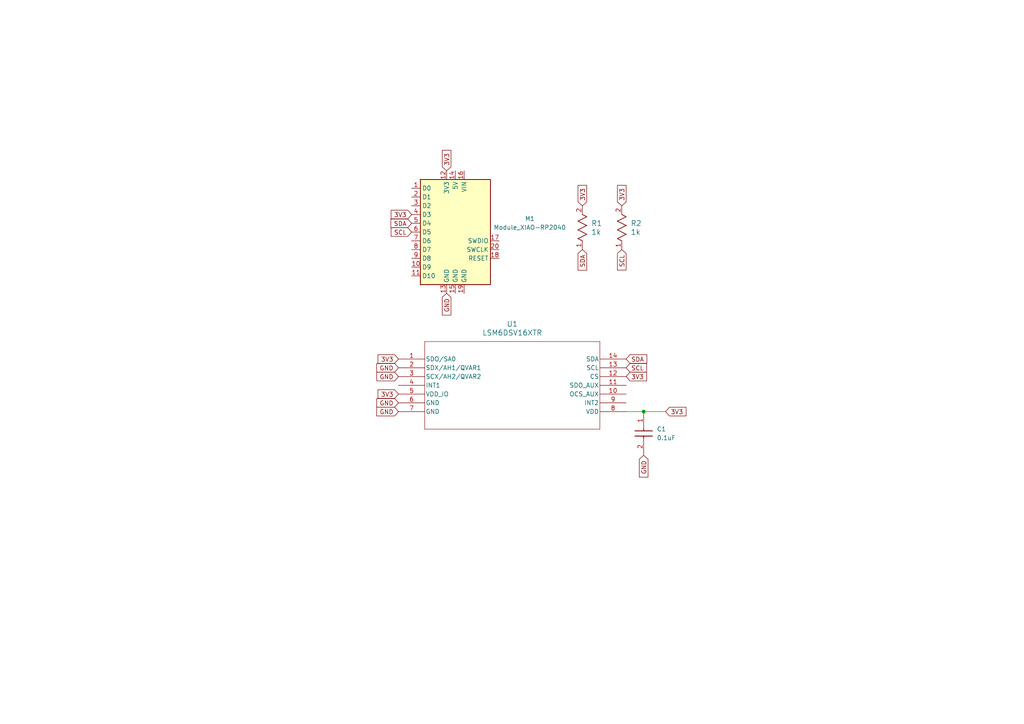
<source format=kicad_sch>
(kicad_sch (version 20250114) (generator "eeschema") (generator_version "9.0")
  (paper "A4")
  (lib_symbols
    (symbol "Neil:Capacitor 0603" (pin_names (hide yes))
      (property "Reference" "C" (at 8.89 6.35 0))
      (property "Value" "CL10B104KB8NNNC" (at 8.89 3.81 0))
      (symbol "Capacitor 0603_1_1"
        (polyline (pts (xy 5.08 0) (xy 5.588 0)) (stroke (width 0.254)))
        (polyline (pts (xy 5.588 2.54) (xy 5.588 -2.54)) (stroke (width 0.254)))
        (polyline (pts (xy 7.112 2.54) (xy 7.112 -2.54)) (stroke (width 0.254)))
        (polyline (pts (xy 7.112 0) (xy 7.62 0)) (stroke (width 0.254)))
        (pin passive line (at 0 0 0) (length 5.08) (name "1") (number "1"))
        (pin passive line (at 12.7 0 180) (length 5.08) (name "2") (number "2"))
      )
    )
    (symbol "Neil:LSM6DSV16XTR IMU" (pin_names (offset 0.254))
      (property "Reference" "U" (at 33.02 10.16 0))
      (property "Value" "LSM6DSV16XTR" (at 33.02 7.62 0))
      (symbol "LSM6DSV16XTR IMU_0_1"
        (polyline (pts (xy 7.62 5.08) (xy 7.62 -20.32)) (stroke (width 0.127)))
        (polyline (pts (xy 7.62 -20.32) (xy 58.42 -20.32)) (stroke (width 0.127)))
        (polyline (pts (xy 58.42 5.08) (xy 7.62 5.08)) (stroke (width 0.127)))
        (polyline (pts (xy 58.42 -20.32) (xy 58.42 5.08)) (stroke (width 0.127)))
        (pin bidirectional line (at 0 0 0) (length 7.62) (name "SDO/SA0") (number "1"))
        (pin bidirectional line (at 0 -2.54 0) (length 7.62) (name "SDX/AH1/QVAR1") (number "2"))
        (pin bidirectional line (at 0 -5.08 0) (length 7.62) (name "SCX/AH2/QVAR2") (number "3"))
        (pin input line (at 0 -7.62 0) (length 7.62) (name "INT1") (number "4"))
        (pin power_in line (at 0 -10.16 0) (length 7.62) (name "VDD_IO") (number "5"))
        (pin power_out line (at 0 -12.7 0) (length 7.62) (name "GND") (number "6"))
        (pin power_out line (at 0 -15.24 0) (length 7.62) (name "GND") (number "7"))
        (pin bidirectional line (at 66.04 0 180) (length 7.62) (name "SDA") (number "14"))
        (pin bidirectional line (at 66.04 -2.54 180) (length 7.62) (name "SCL") (number "13"))
        (pin bidirectional line (at 66.04 -5.08 180) (length 7.62) (name "CS") (number "12"))
        (pin bidirectional line (at 66.04 -7.62 180) (length 7.62) (name "SDO_AUX") (number "11"))
        (pin bidirectional line (at 66.04 -10.16 180) (length 7.62) (name "OCS_AUX") (number "10"))
        (pin input line (at 66.04 -12.7 180) (length 7.62) (name "INT2") (number "9"))
        (pin power_in line (at 66.04 -15.24 180) (length 7.62) (name "VDD") (number "8"))
      )
    )
    (symbol "Neil:Resistor 0603" (pin_names (offset 0.254))
      (property "Reference" "R" (at 5.715 3.81 0))
      (property "Value" "10k" (at 6.35 -3.81 0))
      (symbol "Resistor 0603_1_1"
        (polyline (pts (xy 2.54 0) (xy 3.175 1.27)) (stroke (width 0.2032)))
        (polyline (pts (xy 3.175 1.27) (xy 4.445 -1.27)) (stroke (width 0.2032)))
        (polyline (pts (xy 4.445 -1.27) (xy 5.715 1.27)) (stroke (width 0.2032)))
        (polyline (pts (xy 5.715 1.27) (xy 6.985 -1.27)) (stroke (width 0.2032)))
        (polyline (pts (xy 6.985 -1.27) (xy 8.255 1.27)) (stroke (width 0.2032)))
        (polyline (pts (xy 8.255 1.27) (xy 9.525 -1.27)) (stroke (width 0.2032)))
        (polyline (pts (xy 9.525 -1.27) (xy 10.16 0)) (stroke (width 0.2032)))
        (pin unspecified line (at 0 0 0) (length 2.54) (name "") (number "1"))
        (pin unspecified line (at 12.7 0 180) (length 2.54) (name "") (number "2"))
      )
      (symbol "Resistor 0603_1_2"
        (polyline (pts (xy -1.27 8.255) (xy 1.27 9.525)) (stroke (width 0.2032)))
        (polyline (pts (xy -1.27 5.715) (xy 1.27 6.985)) (stroke (width 0.2032)))
        (polyline (pts (xy -1.27 3.175) (xy 1.27 4.445)) (stroke (width 0.2032)))
        (polyline (pts (xy 0 2.54) (xy -1.27 3.175)) (stroke (width 0.2032)))
        (polyline (pts (xy 1.27 9.525) (xy 0 10.16)) (stroke (width 0.2032)))
        (polyline (pts (xy 1.27 6.985) (xy -1.27 8.255)) (stroke (width 0.2032)))
        (polyline (pts (xy 1.27 4.445) (xy -1.27 5.715)) (stroke (width 0.2032)))
        (pin unspecified line (at 0 12.7 270) (length 2.54) (name "") (number "1"))
        (pin unspecified line (at 0 0 90) (length 2.54) (name "") (number "2"))
      )
    )
    (symbol "fab:Module_XIAO-RP2040"
      (property "Reference" "M" (at -10.16 16.51 0))
      (property "Value" "Module_XIAO-RP2040" (at 3.81 16.51 0))
      (symbol "Module_XIAO-RP2040_1_1"
        (rectangle (start -10.16 15.24) (end 10.16 -15.24) (stroke (width 0.254)) (fill (type background)))
        (pin bidirectional line (at -12.7 12.7 0) (length 2.54) (name "D0") (number "1"))
        (pin bidirectional line (at -12.7 10.16 0) (length 2.54) (name "D1") (number "2"))
        (pin bidirectional line (at -12.7 7.62 0) (length 2.54) (name "D2") (number "3"))
        (pin bidirectional line (at -12.7 5.08 0) (length 2.54) (name "D3") (number "4"))
        (pin bidirectional line (at -12.7 2.54 0) (length 2.54) (name "D4") (number "5"))
        (pin bidirectional line (at -12.7 0 0) (length 2.54) (name "D5") (number "6"))
        (pin bidirectional line (at -12.7 -2.54 0) (length 2.54) (name "D6") (number "7"))
        (pin bidirectional line (at -12.7 -5.08 0) (length 2.54) (name "D7") (number "8"))
        (pin bidirectional line (at -12.7 -7.62 0) (length 2.54) (name "D8") (number "9"))
        (pin bidirectional line (at -12.7 -10.16 0) (length 2.54) (name "D9") (number "10"))
        (pin bidirectional line (at -12.7 -12.7 0) (length 2.54) (name "D10") (number "11"))
        (pin power_in line (at -2.54 17.78 270) (length 2.54) (name "3V3") (number "12"))
        (pin power_in line (at -2.54 -17.78 90) (length 2.54) (name "GND") (number "13"))
        (pin power_in line (at 0 17.78 270) (length 2.54) (name "5V") (number "14"))
        (pin power_in line (at 0 -17.78 90) (length 2.54) (name "GND") (number "15"))
        (pin power_in line (at 2.54 17.78 270) (length 2.54) (name "VIN") (number "16"))
        (pin power_in line (at 2.54 -17.78 90) (length 2.54) (name "GND") (number "19"))
        (pin bidirectional line (at 12.7 -2.54 180) (length 2.54) (name "SWDIO") (number "17"))
        (pin input line (at 12.7 -5.08 180) (length 2.54) (name "SWCLK") (number "20"))
        (pin input line (at 12.7 -7.62 180) (length 2.54) (name "RESET") (number "18"))
      )
    )
  )
  (junction (at 186.69 119.38))
  (wire (pts (xy 186.69 119.38) (xy 193.04 119.38)))
  (wire (pts (xy 181.61 119.38) (xy 186.69 119.38)))
  (global_label "GND" (shape input) (at 186.69 132.08 270) (property "Intersheetrefs" "${INTERSHEET_REFS}" (effects (hide yes))))
  (global_label "GND" (shape input) (at 115.57 119.38 180) (property "Intersheetrefs" "${INTERSHEET_REFS}" (effects (hide yes))))
  (global_label "SDA" (shape input) (at 181.61 104.14 0) (property "Intersheetrefs" "${INTERSHEET_REFS}" (effects (hide yes))))
  (global_label "GND" (shape input) (at 115.57 106.68 180) (property "Intersheetrefs" "${INTERSHEET_REFS}" (effects (hide yes))))
  (global_label "GND" (shape input) (at 129.54 85.09 270) (property "Intersheetrefs" "${INTERSHEET_REFS}" (effects (hide yes))))
  (global_label "3V3" (shape input) (at 193.04 119.38 0) (property "Intersheetrefs" "${INTERSHEET_REFS}" (effects (hide yes))))
  (global_label "GND" (shape input) (at 115.57 109.22 180) (property "Intersheetrefs" "${INTERSHEET_REFS}" (effects (hide yes))))
  (global_label "SCL" (shape input) (at 180.34 72.39 270) (property "Intersheetrefs" "${INTERSHEET_REFS}" (effects (hide yes))))
  (global_label "3V3" (shape input) (at 168.91 59.69 90) (property "Intersheetrefs" "${INTERSHEET_REFS}" (effects (hide yes))))
  (global_label "SDA" (shape input) (at 168.91 72.39 270) (property "Intersheetrefs" "${INTERSHEET_REFS}" (effects (hide yes))))
  (global_label "SCL" (shape input) (at 181.61 106.68 0) (property "Intersheetrefs" "${INTERSHEET_REFS}" (effects (hide yes))))
  (global_label "SDA" (shape input) (at 119.38 64.77 180) (property "Intersheetrefs" "${INTERSHEET_REFS}" (effects (hide yes))))
  (global_label "3V3" (shape input) (at 129.54 49.53 90) (property "Intersheetrefs" "${INTERSHEET_REFS}" (effects (hide yes))))
  (global_label "SCL" (shape input) (at 119.38 67.31 180) (property "Intersheetrefs" "${INTERSHEET_REFS}" (effects (hide yes))))
  (global_label "GND" (shape input) (at 115.57 116.84 180) (property "Intersheetrefs" "${INTERSHEET_REFS}" (effects (hide yes))))
  (global_label "3V3" (shape input) (at 180.34 59.69 90) (property "Intersheetrefs" "${INTERSHEET_REFS}" (effects (hide yes))))
  (global_label "3V3" (shape input) (at 115.57 114.3 180) (property "Intersheetrefs" "${INTERSHEET_REFS}" (effects (hide yes))))
  (global_label "3V3" (shape input) (at 115.57 104.14 180) (property "Intersheetrefs" "${INTERSHEET_REFS}" (effects (hide yes))))
  (global_label "3V3" (shape input) (at 181.61 109.22 0) (property "Intersheetrefs" "${INTERSHEET_REFS}" (effects (hide yes))))
  (global_label "3V3" (shape input) (at 119.38 62.23 180) (property "Intersheetrefs" "${INTERSHEET_REFS}" (effects (hide yes))))
  (symbol (lib_id "fab:Module_XIAO-RP2040") (at 132.08 67.31 0) (unit 1)
    (property "Reference" "M1" (at 153.67 63.4298 0))
    (property "Value" "Module_XIAO-RP2040" (at 153.67 65.9698 0))
    (property "Footprint" "fab:SeeedStudio_XIAO_RP2040" (effects (hide yes)))
    (property "Datasheet" "https://wiki.seeedstudio.com/XIAO-RP2040/" (effects (hide yes)))
    (property "Description" "RP2040 XIAO RP2040 - ARM® Dual-Core Cortex®-M0+ MCU 32-Bit Embedded Evaluation Board" (effects (hide yes)))
  )
  (symbol (lib_id "Neil:Resistor 0603") (at 180.34 72.39 90) (unit 1)
    (property "Reference" "R2" (at 182.88 64.7699 90) (effects (font (size 1.524 1.524)) (justify right)))
    (property "Value" "1k" (at 182.88 67.3099 90) (effects (font (size 1.524 1.524)) (justify right)))
    (property "Footprint" "Neil:Resistor 0603" (effects (hide yes)))
  )
  (symbol (lib_id "Neil:LSM6DSV16XTR IMU") (at 115.57 104.14 0) (unit 1)
    (property "Reference" "U1" (at 148.59 93.98 0) (effects (font (size 1.524 1.524))))
    (property "Value" "LSM6DSV16XTR" (at 148.59 96.52 0) (effects (font (size 1.524 1.524))))
    (property "Footprint" "Neil:LGA-14L_STM" (effects (hide yes)))
    (property "Datasheet" "LSM6DSV16XTR" (effects (hide yes)))
  )
  (symbol (lib_id "Neil:Resistor 0603") (at 168.91 72.39 90) (unit 1)
    (property "Reference" "R1" (at 171.45 64.7699 90) (effects (font (size 1.524 1.524)) (justify right)))
    (property "Value" "1k" (at 171.45 67.3099 90) (effects (font (size 1.524 1.524)) (justify right)))
    (property "Footprint" "Neil:Resistor 0603" (effects (hide yes)))
  )
  (symbol (lib_id "Neil:Capacitor 0603") (at 186.69 119.38 270) (unit 1)
    (property "Reference" "C1" (at 190.5 124.4599 90) (effects (justify left)))
    (property "Value" "0.1uF" (at 190.5 126.9999 90) (effects (justify left)))
    (property "Footprint" "Neil:Capacitor 0603" (effects (hide yes)))
    (property "Datasheet" "https://datasheet.datasheetarchive.com/originals/distributors/Datasheets-DGA10/2408969.pdf" (effects (hide yes)))
    (property "Description" "Ceramic cap 0603 X7R 50V 100nF (Reel)" (effects (hide yes)))
    (property "Height" "0.9" (effects (hide yes)))
    (property "Manufacturer_Name" "SAMSUNG" (effects (hide yes)))
    (property "Manufacturer_Part_Number" "CL10B104KB8NNNC" (effects (hide yes)))
    (property "Mouser Part Number" "187-CL10B104KB8NNNC" (effects (hide yes)))
    (property "Mouser Price/Stock" "https://www.mouser.co.uk/ProductDetail/Samsung-Electro-Mechanics/CL10B104KB8NNNC?qs=349EhDEZ59rvGc2rLwVOdA%3D%3D" (effects (hide yes)))
    (property "Arrow Part Number" "CL10B104KB8NNNC" (effects (hide yes)))
    (property "Arrow Price/Stock" "https://www.arrow.com/en/products/cl10b104kb8nnnc/samsung-electro-mechanics?region=nac" (effects (hide yes)))
  )
)
</source>
